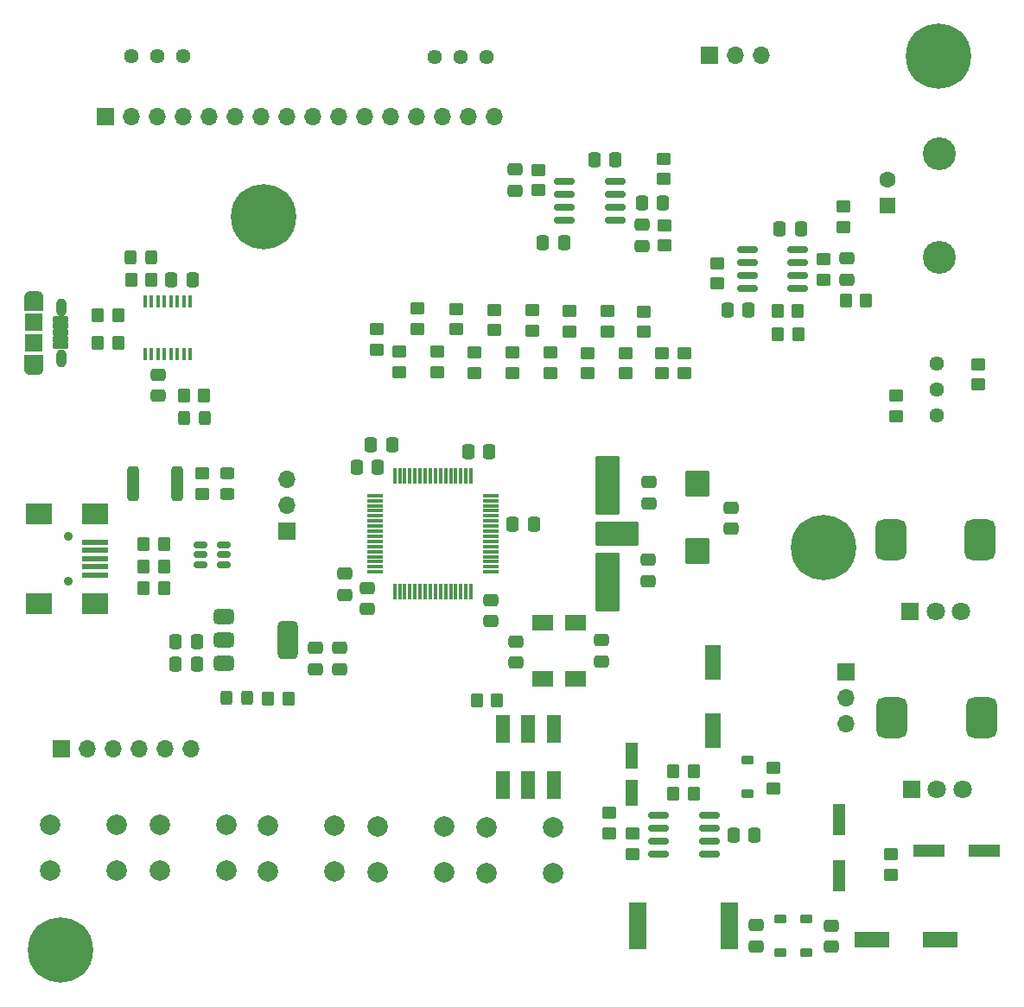
<source format=gbr>
%TF.GenerationSoftware,KiCad,Pcbnew,8.0.0*%
%TF.CreationDate,2024-05-21T22:55:11-06:00*%
%TF.ProjectId,STM32F405_DDS_Generator,53544d33-3246-4343-9035-5f4444535f47,rev?*%
%TF.SameCoordinates,Original*%
%TF.FileFunction,Soldermask,Top*%
%TF.FilePolarity,Negative*%
%FSLAX46Y46*%
G04 Gerber Fmt 4.6, Leading zero omitted, Abs format (unit mm)*
G04 Created by KiCad (PCBNEW 8.0.0) date 2024-05-21 22:55:11*
%MOMM*%
%LPD*%
G01*
G04 APERTURE LIST*
G04 Aperture macros list*
%AMRoundRect*
0 Rectangle with rounded corners*
0 $1 Rounding radius*
0 $2 $3 $4 $5 $6 $7 $8 $9 X,Y pos of 4 corners*
0 Add a 4 corners polygon primitive as box body*
4,1,4,$2,$3,$4,$5,$6,$7,$8,$9,$2,$3,0*
0 Add four circle primitives for the rounded corners*
1,1,$1+$1,$2,$3*
1,1,$1+$1,$4,$5*
1,1,$1+$1,$6,$7*
1,1,$1+$1,$8,$9*
0 Add four rect primitives between the rounded corners*
20,1,$1+$1,$2,$3,$4,$5,0*
20,1,$1+$1,$4,$5,$6,$7,0*
20,1,$1+$1,$6,$7,$8,$9,0*
20,1,$1+$1,$8,$9,$2,$3,0*%
G04 Aperture macros list end*
%ADD10C,0.010000*%
%ADD11C,0.800000*%
%ADD12C,6.400000*%
%ADD13RoundRect,0.225000X0.375000X-0.225000X0.375000X0.225000X-0.375000X0.225000X-0.375000X-0.225000X0*%
%ADD14RoundRect,0.225000X-0.375000X0.225000X-0.375000X-0.225000X0.375000X-0.225000X0.375000X0.225000X0*%
%ADD15RoundRect,0.250000X-0.312500X-1.450000X0.312500X-1.450000X0.312500X1.450000X-0.312500X1.450000X0*%
%ADD16RoundRect,0.250000X-0.450000X0.350000X-0.450000X-0.350000X0.450000X-0.350000X0.450000X0.350000X0*%
%ADD17RoundRect,0.250000X-0.475000X0.337500X-0.475000X-0.337500X0.475000X-0.337500X0.475000X0.337500X0*%
%ADD18RoundRect,0.102000X-0.675000X0.200000X-0.675000X-0.200000X0.675000X-0.200000X0.675000X0.200000X0*%
%ADD19O,1.004000X1.804000*%
%ADD20O,1.704000X0.954000*%
%ADD21RoundRect,0.102000X-0.775000X0.750000X-0.775000X-0.750000X0.775000X-0.750000X0.775000X0.750000X0*%
%ADD22RoundRect,0.250000X0.475000X-0.337500X0.475000X0.337500X-0.475000X0.337500X-0.475000X-0.337500X0*%
%ADD23R,3.048000X1.219200*%
%ADD24RoundRect,0.250000X-0.337500X-0.475000X0.337500X-0.475000X0.337500X0.475000X-0.337500X0.475000X0*%
%ADD25C,2.000000*%
%ADD26RoundRect,0.150000X0.825000X0.150000X-0.825000X0.150000X-0.825000X-0.150000X0.825000X-0.150000X0*%
%ADD27RoundRect,0.250000X-0.350000X-0.450000X0.350000X-0.450000X0.350000X0.450000X-0.350000X0.450000X0*%
%ADD28C,0.900000*%
%ADD29R,2.500000X0.500000*%
%ADD30R,2.500000X2.000000*%
%ADD31RoundRect,0.250000X0.350000X0.450000X-0.350000X0.450000X-0.350000X-0.450000X0.350000X-0.450000X0*%
%ADD32RoundRect,0.250000X0.450000X-0.350000X0.450000X0.350000X-0.450000X0.350000X-0.450000X-0.350000X0*%
%ADD33RoundRect,0.150000X-0.512500X-0.150000X0.512500X-0.150000X0.512500X0.150000X-0.512500X0.150000X0*%
%ADD34RoundRect,0.250000X-0.325000X-0.450000X0.325000X-0.450000X0.325000X0.450000X-0.325000X0.450000X0*%
%ADD35RoundRect,0.250000X0.337500X0.475000X-0.337500X0.475000X-0.337500X-0.475000X0.337500X-0.475000X0*%
%ADD36R,1.700000X1.700000*%
%ADD37O,1.700000X1.700000*%
%ADD38RoundRect,0.102000X-0.950000X-0.650000X0.950000X-0.650000X0.950000X0.650000X-0.950000X0.650000X0*%
%ADD39RoundRect,0.075000X0.700000X0.075000X-0.700000X0.075000X-0.700000X-0.075000X0.700000X-0.075000X0*%
%ADD40RoundRect,0.075000X0.075000X0.700000X-0.075000X0.700000X-0.075000X-0.700000X0.075000X-0.700000X0*%
%ADD41RoundRect,0.102000X1.050000X-2.800000X1.050000X2.800000X-1.050000X2.800000X-1.050000X-2.800000X0*%
%ADD42RoundRect,0.102000X2.000000X-1.050000X2.000000X1.050000X-2.000000X1.050000X-2.000000X-1.050000X0*%
%ADD43R,3.454400X1.498600*%
%ADD44R,1.219200X2.514600*%
%ADD45R,1.219200X3.048000*%
%ADD46C,1.440000*%
%ADD47R,0.400000X1.200000*%
%ADD48R,1.799999X4.600001*%
%ADD49RoundRect,0.250000X0.325000X0.450000X-0.325000X0.450000X-0.325000X-0.450000X0.325000X-0.450000X0*%
%ADD50RoundRect,0.150000X-0.825000X-0.150000X0.825000X-0.150000X0.825000X0.150000X-0.825000X0.150000X0*%
%ADD51RoundRect,0.375000X-0.625000X-0.375000X0.625000X-0.375000X0.625000X0.375000X-0.625000X0.375000X0*%
%ADD52RoundRect,0.500000X-0.500000X-1.400000X0.500000X-1.400000X0.500000X1.400000X-0.500000X1.400000X0*%
%ADD53RoundRect,0.250000X0.450000X-0.325000X0.450000X0.325000X-0.450000X0.325000X-0.450000X-0.325000X0*%
%ADD54R,1.800000X1.800000*%
%ADD55C,1.800000*%
%ADD56RoundRect,0.750000X0.750000X-1.250000X0.750000X1.250000X-0.750000X1.250000X-0.750000X-1.250000X0*%
%ADD57RoundRect,0.102000X0.600000X1.250000X-0.600000X1.250000X-0.600000X-1.250000X0.600000X-1.250000X0*%
%ADD58RoundRect,0.102000X1.050000X-1.200000X1.050000X1.200000X-1.050000X1.200000X-1.050000X-1.200000X0*%
%ADD59R,1.498600X3.454400*%
%ADD60RoundRect,0.102000X0.699000X0.699000X-0.699000X0.699000X-0.699000X-0.699000X0.699000X-0.699000X0*%
%ADD61C,1.602000*%
%ADD62C,3.219000*%
G04 APERTURE END LIST*
D10*
%TO.C,J2*%
X99018200Y-53655400D02*
X99044200Y-53657400D01*
X99070200Y-53660400D01*
X99096200Y-53665400D01*
X99121200Y-53671400D01*
X99147200Y-53678400D01*
X99171200Y-53687400D01*
X99195200Y-53697400D01*
X99219200Y-53708400D01*
X99242200Y-53721400D01*
X99264200Y-53735400D01*
X99286200Y-53749400D01*
X99307200Y-53765400D01*
X99327200Y-53782400D01*
X99346200Y-53800400D01*
X99364200Y-53819400D01*
X99381200Y-53839400D01*
X99397200Y-53860400D01*
X99411200Y-53882400D01*
X99425200Y-53904400D01*
X99438200Y-53927400D01*
X99449200Y-53951400D01*
X99459200Y-53975400D01*
X99468200Y-53999400D01*
X99475200Y-54025400D01*
X99481200Y-54050400D01*
X99486200Y-54076400D01*
X99489200Y-54102400D01*
X99491200Y-54128400D01*
X99492200Y-54154400D01*
X99492200Y-55499400D01*
X97742200Y-55499400D01*
X97742200Y-54154400D01*
X97743200Y-54128400D01*
X97745200Y-54102400D01*
X97748200Y-54076400D01*
X97753200Y-54050400D01*
X97759200Y-54025400D01*
X97766200Y-53999400D01*
X97775200Y-53975400D01*
X97785200Y-53951400D01*
X97796200Y-53927400D01*
X97809200Y-53904400D01*
X97823200Y-53882400D01*
X97837200Y-53860400D01*
X97853200Y-53839400D01*
X97870200Y-53819400D01*
X97888200Y-53800400D01*
X97907200Y-53782400D01*
X97927200Y-53765400D01*
X97948200Y-53749400D01*
X97970200Y-53735400D01*
X97992200Y-53721400D01*
X98015200Y-53708400D01*
X98039200Y-53697400D01*
X98063200Y-53687400D01*
X98087200Y-53678400D01*
X98113200Y-53671400D01*
X98138200Y-53665400D01*
X98164200Y-53660400D01*
X98190200Y-53657400D01*
X98216200Y-53655400D01*
X98242200Y-53654400D01*
X98992200Y-53654400D01*
X99018200Y-53655400D01*
G36*
X99018200Y-53655400D02*
G01*
X99044200Y-53657400D01*
X99070200Y-53660400D01*
X99096200Y-53665400D01*
X99121200Y-53671400D01*
X99147200Y-53678400D01*
X99171200Y-53687400D01*
X99195200Y-53697400D01*
X99219200Y-53708400D01*
X99242200Y-53721400D01*
X99264200Y-53735400D01*
X99286200Y-53749400D01*
X99307200Y-53765400D01*
X99327200Y-53782400D01*
X99346200Y-53800400D01*
X99364200Y-53819400D01*
X99381200Y-53839400D01*
X99397200Y-53860400D01*
X99411200Y-53882400D01*
X99425200Y-53904400D01*
X99438200Y-53927400D01*
X99449200Y-53951400D01*
X99459200Y-53975400D01*
X99468200Y-53999400D01*
X99475200Y-54025400D01*
X99481200Y-54050400D01*
X99486200Y-54076400D01*
X99489200Y-54102400D01*
X99491200Y-54128400D01*
X99492200Y-54154400D01*
X99492200Y-55499400D01*
X97742200Y-55499400D01*
X97742200Y-54154400D01*
X97743200Y-54128400D01*
X97745200Y-54102400D01*
X97748200Y-54076400D01*
X97753200Y-54050400D01*
X97759200Y-54025400D01*
X97766200Y-53999400D01*
X97775200Y-53975400D01*
X97785200Y-53951400D01*
X97796200Y-53927400D01*
X97809200Y-53904400D01*
X97823200Y-53882400D01*
X97837200Y-53860400D01*
X97853200Y-53839400D01*
X97870200Y-53819400D01*
X97888200Y-53800400D01*
X97907200Y-53782400D01*
X97927200Y-53765400D01*
X97948200Y-53749400D01*
X97970200Y-53735400D01*
X97992200Y-53721400D01*
X98015200Y-53708400D01*
X98039200Y-53697400D01*
X98063200Y-53687400D01*
X98087200Y-53678400D01*
X98113200Y-53671400D01*
X98138200Y-53665400D01*
X98164200Y-53660400D01*
X98190200Y-53657400D01*
X98216200Y-53655400D01*
X98242200Y-53654400D01*
X98992200Y-53654400D01*
X99018200Y-53655400D01*
G37*
X99492200Y-61244400D02*
X99491200Y-61270400D01*
X99489200Y-61296400D01*
X99486200Y-61322400D01*
X99481200Y-61348400D01*
X99475200Y-61373400D01*
X99468200Y-61399400D01*
X99459200Y-61423400D01*
X99449200Y-61447400D01*
X99438200Y-61471400D01*
X99425200Y-61494400D01*
X99411200Y-61516400D01*
X99397200Y-61538400D01*
X99381200Y-61559400D01*
X99364200Y-61579400D01*
X99346200Y-61598400D01*
X99327200Y-61616400D01*
X99307200Y-61633400D01*
X99286200Y-61649400D01*
X99264200Y-61663400D01*
X99242200Y-61677400D01*
X99219200Y-61690400D01*
X99195200Y-61701400D01*
X99171200Y-61711400D01*
X99147200Y-61720400D01*
X99121200Y-61727400D01*
X99096200Y-61733400D01*
X99070200Y-61738400D01*
X99044200Y-61741400D01*
X99018200Y-61743400D01*
X98992200Y-61744400D01*
X98242200Y-61744400D01*
X98216200Y-61743400D01*
X98190200Y-61741400D01*
X98164200Y-61738400D01*
X98138200Y-61733400D01*
X98113200Y-61727400D01*
X98087200Y-61720400D01*
X98063200Y-61711400D01*
X98039200Y-61701400D01*
X98015200Y-61690400D01*
X97992200Y-61677400D01*
X97970200Y-61663400D01*
X97948200Y-61649400D01*
X97927200Y-61633400D01*
X97907200Y-61616400D01*
X97888200Y-61598400D01*
X97870200Y-61579400D01*
X97853200Y-61559400D01*
X97837200Y-61538400D01*
X97823200Y-61516400D01*
X97809200Y-61494400D01*
X97796200Y-61471400D01*
X97785200Y-61447400D01*
X97775200Y-61423400D01*
X97766200Y-61399400D01*
X97759200Y-61373400D01*
X97753200Y-61348400D01*
X97748200Y-61322400D01*
X97745200Y-61296400D01*
X97743200Y-61270400D01*
X97742200Y-61244400D01*
X97742200Y-59899400D01*
X99492200Y-59899400D01*
X99492200Y-61244400D01*
G36*
X99492200Y-61244400D02*
G01*
X99491200Y-61270400D01*
X99489200Y-61296400D01*
X99486200Y-61322400D01*
X99481200Y-61348400D01*
X99475200Y-61373400D01*
X99468200Y-61399400D01*
X99459200Y-61423400D01*
X99449200Y-61447400D01*
X99438200Y-61471400D01*
X99425200Y-61494400D01*
X99411200Y-61516400D01*
X99397200Y-61538400D01*
X99381200Y-61559400D01*
X99364200Y-61579400D01*
X99346200Y-61598400D01*
X99327200Y-61616400D01*
X99307200Y-61633400D01*
X99286200Y-61649400D01*
X99264200Y-61663400D01*
X99242200Y-61677400D01*
X99219200Y-61690400D01*
X99195200Y-61701400D01*
X99171200Y-61711400D01*
X99147200Y-61720400D01*
X99121200Y-61727400D01*
X99096200Y-61733400D01*
X99070200Y-61738400D01*
X99044200Y-61741400D01*
X99018200Y-61743400D01*
X98992200Y-61744400D01*
X98242200Y-61744400D01*
X98216200Y-61743400D01*
X98190200Y-61741400D01*
X98164200Y-61738400D01*
X98138200Y-61733400D01*
X98113200Y-61727400D01*
X98087200Y-61720400D01*
X98063200Y-61711400D01*
X98039200Y-61701400D01*
X98015200Y-61690400D01*
X97992200Y-61677400D01*
X97970200Y-61663400D01*
X97948200Y-61649400D01*
X97927200Y-61633400D01*
X97907200Y-61616400D01*
X97888200Y-61598400D01*
X97870200Y-61579400D01*
X97853200Y-61559400D01*
X97837200Y-61538400D01*
X97823200Y-61516400D01*
X97809200Y-61494400D01*
X97796200Y-61471400D01*
X97785200Y-61447400D01*
X97775200Y-61423400D01*
X97766200Y-61399400D01*
X97759200Y-61373400D01*
X97753200Y-61348400D01*
X97748200Y-61322400D01*
X97745200Y-61296400D01*
X97743200Y-61270400D01*
X97742200Y-61244400D01*
X97742200Y-59899400D01*
X99492200Y-59899400D01*
X99492200Y-61244400D01*
G37*
%TD*%
D11*
%TO.C,H4*%
X173622000Y-78740000D03*
X174324944Y-77042944D03*
X174324944Y-80437056D03*
X176022000Y-76340000D03*
D12*
X176022000Y-78740000D03*
D11*
X176022000Y-81140000D03*
X177719056Y-77042944D03*
X177719056Y-80437056D03*
X178422000Y-78740000D03*
%TD*%
%TO.C,H3*%
X98869800Y-118262400D03*
X99572744Y-116565344D03*
X99572744Y-119959456D03*
X101269800Y-115862400D03*
D12*
X101269800Y-118262400D03*
D11*
X101269800Y-120662400D03*
X102966856Y-116565344D03*
X102966856Y-119959456D03*
X103669800Y-118262400D03*
%TD*%
%TO.C,H2*%
X184869456Y-30627656D03*
X185572400Y-28930600D03*
X185572400Y-32324712D03*
X187269456Y-28227656D03*
D12*
X187269456Y-30627656D03*
D11*
X187269456Y-33027656D03*
X188966512Y-28930600D03*
X188966512Y-32324712D03*
X189669456Y-30627656D03*
%TD*%
%TO.C,H1*%
X118783400Y-46329600D03*
X119486344Y-44632544D03*
X119486344Y-48026656D03*
X121183400Y-43929600D03*
D12*
X121183400Y-46329600D03*
D11*
X121183400Y-48729600D03*
X122880456Y-44632544D03*
X122880456Y-48026656D03*
X123583400Y-46329600D03*
%TD*%
D13*
%TO.C,D7*%
X174371000Y-118439200D03*
X174371000Y-115139200D03*
%TD*%
D14*
%TO.C,D6*%
X171805600Y-115140200D03*
X171805600Y-118440200D03*
%TD*%
%TO.C,D5*%
X168579800Y-99620800D03*
X168579800Y-102920800D03*
%TD*%
D15*
%TO.C,F1*%
X108403300Y-72517000D03*
X112678300Y-72517000D03*
%TD*%
D16*
%TO.C,R39*%
X165624000Y-50892200D03*
X165624000Y-52892200D03*
%TD*%
D17*
%TO.C,C12*%
X145872200Y-87993400D03*
X145872200Y-90068400D03*
%TD*%
D16*
%TO.C,R24*%
X138150600Y-59553600D03*
X138150600Y-61553600D03*
%TD*%
D18*
%TO.C,J2*%
X101292200Y-56399400D03*
X101292200Y-57049400D03*
X101292200Y-57699400D03*
X101292200Y-58349400D03*
X101292200Y-58999400D03*
D19*
X101317200Y-55199400D03*
X101317200Y-60199400D03*
D20*
X98617200Y-54174400D03*
D21*
X98617200Y-56699400D03*
X98617200Y-58699400D03*
D20*
X98617200Y-61224400D03*
%TD*%
D22*
%TO.C,C9*%
X158854100Y-82050800D03*
X158854100Y-79975800D03*
%TD*%
D17*
%TO.C,C10*%
X158904900Y-72355800D03*
X158904900Y-74430800D03*
%TD*%
D23*
%TO.C,C30*%
X191782700Y-108483400D03*
X186321700Y-108483400D03*
%TD*%
D17*
%TO.C,C29*%
X176784000Y-115827900D03*
X176784000Y-117902900D03*
%TD*%
D24*
%TO.C,C20*%
X148543100Y-48895000D03*
X150618100Y-48895000D03*
%TD*%
D25*
%TO.C,SW3*%
X128091000Y-110504800D03*
X121591000Y-110504800D03*
X128091000Y-106004800D03*
X121591000Y-106004800D03*
%TD*%
D16*
%TO.C,R15*%
X152933400Y-59680600D03*
X152933400Y-61680600D03*
%TD*%
D26*
%TO.C,U7*%
X164843000Y-108850200D03*
X164843000Y-107580200D03*
X164843000Y-106310200D03*
X164843000Y-105040200D03*
X159893000Y-105040200D03*
X159893000Y-106310200D03*
X159893000Y-107580200D03*
X159893000Y-108850200D03*
%TD*%
D27*
%TO.C,R2*%
X142052800Y-93751400D03*
X144052800Y-93751400D03*
%TD*%
D28*
%TO.C,J1*%
X102040800Y-77657600D03*
X102040800Y-82057600D03*
D29*
X104640800Y-78257600D03*
X104640800Y-79057600D03*
X104640800Y-79857600D03*
X104640800Y-80657600D03*
X104640800Y-81457600D03*
D30*
X104640800Y-75457600D03*
X99140800Y-75457600D03*
X104640800Y-84257600D03*
X99140800Y-84257600D03*
%TD*%
D17*
%TO.C,C16*%
X126263400Y-88599100D03*
X126263400Y-90674100D03*
%TD*%
D31*
%TO.C,R31*%
X163342600Y-100711000D03*
X161342600Y-100711000D03*
%TD*%
D16*
%TO.C,R38*%
X160486600Y-47158400D03*
X160486600Y-49158400D03*
%TD*%
D32*
%TO.C,R17*%
X151130000Y-57565800D03*
X151130000Y-55565800D03*
%TD*%
D33*
%TO.C,U2*%
X114965900Y-78526600D03*
X114965900Y-79476600D03*
X114965900Y-80426600D03*
X117240900Y-80426600D03*
X117240900Y-79476600D03*
X117240900Y-78526600D03*
%TD*%
D32*
%TO.C,R35*%
X191185800Y-62798200D03*
X191185800Y-60798200D03*
%TD*%
D34*
%TO.C,D1*%
X117516800Y-93522800D03*
X119566800Y-93522800D03*
%TD*%
D16*
%TO.C,R22*%
X141859000Y-59629800D03*
X141859000Y-61629800D03*
%TD*%
D27*
%TO.C,R7*%
X108194600Y-52552600D03*
X110194600Y-52552600D03*
%TD*%
D25*
%TO.C,SW2*%
X117550000Y-110428600D03*
X111050000Y-110428600D03*
X117550000Y-105928600D03*
X111050000Y-105928600D03*
%TD*%
D16*
%TO.C,R26*%
X134442200Y-59544200D03*
X134442200Y-61544200D03*
%TD*%
D35*
%TO.C,C34*%
X160320900Y-45008800D03*
X158245900Y-45008800D03*
%TD*%
D32*
%TO.C,R21*%
X143738600Y-57464200D03*
X143738600Y-55464200D03*
%TD*%
D36*
%TO.C,J6*%
X164820600Y-30530800D03*
D37*
X167360600Y-30530800D03*
X169900600Y-30530800D03*
%TD*%
D17*
%TO.C,C1*%
X131296400Y-82736900D03*
X131296400Y-84811900D03*
%TD*%
D38*
%TO.C,Y2*%
X148521300Y-86175400D03*
X148521300Y-91675400D03*
X151721300Y-91675400D03*
X151721300Y-86175400D03*
%TD*%
D16*
%TO.C,R42*%
X176072800Y-50485800D03*
X176072800Y-52485800D03*
%TD*%
D24*
%TO.C,C24*%
X167201800Y-106934000D03*
X169276800Y-106934000D03*
%TD*%
D39*
%TO.C,U1*%
X143433800Y-81165200D03*
X143433800Y-80665200D03*
X143433800Y-80165200D03*
X143433800Y-79665200D03*
X143433800Y-79165200D03*
X143433800Y-78665200D03*
X143433800Y-78165200D03*
X143433800Y-77665200D03*
X143433800Y-77165200D03*
X143433800Y-76665200D03*
X143433800Y-76165200D03*
X143433800Y-75665200D03*
X143433800Y-75165200D03*
X143433800Y-74665200D03*
X143433800Y-74165200D03*
X143433800Y-73665200D03*
D40*
X141508800Y-71740200D03*
X141008800Y-71740200D03*
X140508800Y-71740200D03*
X140008800Y-71740200D03*
X139508800Y-71740200D03*
X139008800Y-71740200D03*
X138508800Y-71740200D03*
X138008800Y-71740200D03*
X137508800Y-71740200D03*
X137008800Y-71740200D03*
X136508800Y-71740200D03*
X136008800Y-71740200D03*
X135508800Y-71740200D03*
X135008800Y-71740200D03*
X134508800Y-71740200D03*
X134008800Y-71740200D03*
D39*
X132083800Y-73665200D03*
X132083800Y-74165200D03*
X132083800Y-74665200D03*
X132083800Y-75165200D03*
X132083800Y-75665200D03*
X132083800Y-76165200D03*
X132083800Y-76665200D03*
X132083800Y-77165200D03*
X132083800Y-77665200D03*
X132083800Y-78165200D03*
X132083800Y-78665200D03*
X132083800Y-79165200D03*
X132083800Y-79665200D03*
X132083800Y-80165200D03*
X132083800Y-80665200D03*
X132083800Y-81165200D03*
D40*
X134008800Y-83090200D03*
X134508800Y-83090200D03*
X135008800Y-83090200D03*
X135508800Y-83090200D03*
X136008800Y-83090200D03*
X136508800Y-83090200D03*
X137008800Y-83090200D03*
X137508800Y-83090200D03*
X138008800Y-83090200D03*
X138508800Y-83090200D03*
X139008800Y-83090200D03*
X139508800Y-83090200D03*
X140008800Y-83090200D03*
X140508800Y-83090200D03*
X141008800Y-83090200D03*
X141508800Y-83090200D03*
%TD*%
D32*
%TO.C,R37*%
X160350200Y-42630600D03*
X160350200Y-40630600D03*
%TD*%
D35*
%TO.C,C3*%
X132384700Y-70871200D03*
X130309700Y-70871200D03*
%TD*%
D32*
%TO.C,R19*%
X147523200Y-57515000D03*
X147523200Y-55515000D03*
%TD*%
D35*
%TO.C,C19*%
X155647300Y-40716200D03*
X153572300Y-40716200D03*
%TD*%
D41*
%TO.C,Y1*%
X154840900Y-82181900D03*
X154840900Y-72681900D03*
D42*
X155790900Y-77431900D03*
%TD*%
D17*
%TO.C,C28*%
X169392600Y-115802500D03*
X169392600Y-117877500D03*
%TD*%
D43*
%TO.C,C27*%
X187502800Y-117221000D03*
X180746400Y-117221000D03*
%TD*%
D27*
%TO.C,R4*%
X109439200Y-78435200D03*
X111439200Y-78435200D03*
%TD*%
%TO.C,R5*%
X109439200Y-82727800D03*
X111439200Y-82727800D03*
%TD*%
D24*
%TO.C,C4*%
X141206300Y-69347200D03*
X143281300Y-69347200D03*
%TD*%
D36*
%TO.C,J3*%
X123469400Y-77124800D03*
D37*
X123469400Y-74584800D03*
X123469400Y-72044800D03*
%TD*%
D44*
%TO.C,C23*%
X157237200Y-102844600D03*
X157237200Y-99136200D03*
%TD*%
D22*
%TO.C,C35*%
X178308000Y-52497900D03*
X178308000Y-50422900D03*
%TD*%
D36*
%TO.C,J7*%
X178205600Y-90987400D03*
D37*
X178205600Y-93527400D03*
X178205600Y-96067400D03*
%TD*%
D16*
%TO.C,R12*%
X156616400Y-59680600D03*
X156616400Y-61680600D03*
%TD*%
D32*
%TO.C,R28*%
X155078200Y-106791000D03*
X155078200Y-104791000D03*
%TD*%
D16*
%TO.C,R16*%
X149250400Y-59655200D03*
X149250400Y-61655200D03*
%TD*%
D25*
%TO.C,SW4*%
X138860600Y-110606400D03*
X132360600Y-110606400D03*
X138860600Y-106106400D03*
X132360600Y-106106400D03*
%TD*%
D34*
%TO.C,D4*%
X113361800Y-66113300D03*
X115411800Y-66113300D03*
%TD*%
D17*
%TO.C,C6*%
X166956700Y-74861600D03*
X166956700Y-76936600D03*
%TD*%
D27*
%TO.C,R43*%
X178206400Y-54584600D03*
X180206400Y-54584600D03*
%TD*%
D16*
%TO.C,R1*%
X115138200Y-71526400D03*
X115138200Y-73526400D03*
%TD*%
D36*
%TO.C,J5*%
X105664000Y-36499800D03*
D37*
X108204000Y-36499800D03*
X110744000Y-36499800D03*
X113284000Y-36499800D03*
X115824000Y-36499800D03*
X118364000Y-36499800D03*
X120904000Y-36499800D03*
X123444000Y-36499800D03*
X125984000Y-36499800D03*
X128524000Y-36499800D03*
X131064000Y-36499800D03*
X133604000Y-36499800D03*
X136144000Y-36499800D03*
X138684000Y-36499800D03*
X141224000Y-36499800D03*
X143764000Y-36499800D03*
%TD*%
D45*
%TO.C,C26*%
X177520600Y-105448100D03*
X177520600Y-110909100D03*
%TD*%
D46*
%TO.C,RV3*%
X187096400Y-60756800D03*
X187096400Y-63296800D03*
X187096400Y-65836800D03*
%TD*%
D35*
%TO.C,C18*%
X114194500Y-52527200D03*
X112119500Y-52527200D03*
%TD*%
D17*
%TO.C,C14*%
X128629500Y-88599100D03*
X128629500Y-90674100D03*
%TD*%
D25*
%TO.C,SW6*%
X106780400Y-110428600D03*
X100280400Y-110428600D03*
X106780400Y-105928600D03*
X100280400Y-105928600D03*
%TD*%
D47*
%TO.C,U5*%
X109550200Y-59835400D03*
X110185200Y-59835400D03*
X110820200Y-59835400D03*
X111455200Y-59835400D03*
X112090200Y-59835400D03*
X112725200Y-59835400D03*
X113360200Y-59835400D03*
X113995200Y-59835400D03*
X113995200Y-54635400D03*
X113360200Y-54635400D03*
X112725200Y-54635400D03*
X112090200Y-54635400D03*
X111455200Y-54635400D03*
X110820200Y-54635400D03*
X110185200Y-54635400D03*
X109550200Y-54635400D03*
%TD*%
D31*
%TO.C,R8*%
X115366800Y-63878100D03*
X113366800Y-63878100D03*
%TD*%
D32*
%TO.C,R32*%
X171094400Y-102371400D03*
X171094400Y-100371400D03*
%TD*%
%TO.C,R13*%
X154863800Y-57591200D03*
X154863800Y-55591200D03*
%TD*%
D46*
%TO.C,RV2*%
X142976600Y-30708600D03*
X140436600Y-30708600D03*
X137896600Y-30708600D03*
%TD*%
D16*
%TO.C,R20*%
X145542000Y-59655200D03*
X145542000Y-61655200D03*
%TD*%
D31*
%TO.C,R29*%
X163342600Y-102895400D03*
X161342600Y-102895400D03*
%TD*%
D22*
%TO.C,C33*%
X158216600Y-49221300D03*
X158216600Y-47146300D03*
%TD*%
D31*
%TO.C,R40*%
X173516800Y-55575200D03*
X171516800Y-55575200D03*
%TD*%
D17*
%TO.C,C7*%
X129090500Y-81314500D03*
X129090500Y-83389500D03*
%TD*%
D48*
%TO.C,L1*%
X166806000Y-115824000D03*
X157806000Y-115824000D03*
%TD*%
D16*
%TO.C,R30*%
X157288000Y-106832400D03*
X157288000Y-108832400D03*
%TD*%
D35*
%TO.C,C8*%
X133785600Y-68712200D03*
X131710600Y-68712200D03*
%TD*%
D49*
%TO.C,D3*%
X110197100Y-50320300D03*
X108147100Y-50320300D03*
%TD*%
D50*
%TO.C,U4*%
X150661600Y-42875200D03*
X150661600Y-44145200D03*
X150661600Y-45415200D03*
X150661600Y-46685200D03*
X155611600Y-46685200D03*
X155611600Y-45415200D03*
X155611600Y-44145200D03*
X155611600Y-42875200D03*
%TD*%
D51*
%TO.C,U3*%
X117246000Y-85519900D03*
X117246000Y-87819900D03*
D52*
X123546000Y-87819900D03*
D51*
X117246000Y-90119900D03*
%TD*%
D32*
%TO.C,R18*%
X162382200Y-61690000D03*
X162382200Y-59690000D03*
%TD*%
D17*
%TO.C,C17*%
X110845600Y-61827500D03*
X110845600Y-63902500D03*
%TD*%
D24*
%TO.C,C5*%
X145596700Y-76454000D03*
X147671700Y-76454000D03*
%TD*%
D35*
%TO.C,C15*%
X114630200Y-87960200D03*
X112555200Y-87960200D03*
%TD*%
D32*
%TO.C,R36*%
X183108600Y-65871600D03*
X183108600Y-63871600D03*
%TD*%
D27*
%TO.C,R10*%
X104934000Y-56032400D03*
X106934000Y-56032400D03*
%TD*%
D32*
%TO.C,R11*%
X158419800Y-57616600D03*
X158419800Y-55616600D03*
%TD*%
D46*
%TO.C,RV1*%
X113309400Y-30607000D03*
X110769400Y-30607000D03*
X108229400Y-30607000D03*
%TD*%
D53*
%TO.C,D2*%
X117615100Y-73503500D03*
X117615100Y-71453500D03*
%TD*%
D36*
%TO.C,J4*%
X101396800Y-98475800D03*
D37*
X103936800Y-98475800D03*
X106476800Y-98475800D03*
X109016800Y-98475800D03*
X111556800Y-98475800D03*
X114096800Y-98475800D03*
%TD*%
D24*
%TO.C,C22*%
X166627900Y-55528300D03*
X168702900Y-55528300D03*
%TD*%
D27*
%TO.C,R9*%
X104908600Y-58724800D03*
X106908600Y-58724800D03*
%TD*%
D32*
%TO.C,R23*%
X140030200Y-57362600D03*
X140030200Y-55362600D03*
%TD*%
D16*
%TO.C,R44*%
X177952400Y-45329600D03*
X177952400Y-47329600D03*
%TD*%
D25*
%TO.C,SW5*%
X149554000Y-110682600D03*
X143054000Y-110682600D03*
X149554000Y-106182600D03*
X143054000Y-106182600D03*
%TD*%
D31*
%TO.C,R41*%
X173542200Y-57835800D03*
X171542200Y-57835800D03*
%TD*%
D35*
%TO.C,C13*%
X114630200Y-90242300D03*
X112555200Y-90242300D03*
%TD*%
D54*
%TO.C,RV5*%
X184647200Y-102468400D03*
D55*
X187147200Y-102468400D03*
X189647200Y-102468400D03*
D56*
X182747200Y-95468400D03*
X191547200Y-95468400D03*
%TD*%
D16*
%TO.C,R14*%
X160197800Y-59680600D03*
X160197800Y-61680600D03*
%TD*%
D57*
%TO.C,S1*%
X149616800Y-96538600D03*
X147116800Y-96538600D03*
X144616800Y-96538600D03*
X149616800Y-102038600D03*
X147116800Y-102038600D03*
X144616800Y-102038600D03*
%TD*%
D16*
%TO.C,R27*%
X148056600Y-41748200D03*
X148056600Y-43748200D03*
%TD*%
D58*
%TO.C,SW1*%
X163705500Y-79080900D03*
X163705500Y-72480900D03*
%TD*%
D16*
%TO.C,R33*%
X182651400Y-108829600D03*
X182651400Y-110829600D03*
%TD*%
D17*
%TO.C,C11*%
X154305000Y-87866400D03*
X154305000Y-89941400D03*
%TD*%
D22*
%TO.C,C32*%
X145796000Y-43785700D03*
X145796000Y-41710700D03*
%TD*%
D50*
%TO.C,U6*%
X168554400Y-49595000D03*
X168554400Y-50865000D03*
X168554400Y-52135000D03*
X168554400Y-53405000D03*
X173504400Y-53405000D03*
X173504400Y-52135000D03*
X173504400Y-50865000D03*
X173504400Y-49595000D03*
%TD*%
D59*
%TO.C,C25*%
X165187400Y-96748600D03*
X165187400Y-89992200D03*
%TD*%
D17*
%TO.C,C2*%
X143416100Y-83930700D03*
X143416100Y-86005700D03*
%TD*%
D60*
%TO.C,J8*%
X182318200Y-45262800D03*
D61*
X182318200Y-42722800D03*
D62*
X187398200Y-40182800D03*
X187398200Y-50342800D03*
%TD*%
D27*
%TO.C,R3*%
X109439200Y-80619600D03*
X111439200Y-80619600D03*
%TD*%
D16*
%TO.C,R25*%
X136271000Y-55311800D03*
X136271000Y-57311800D03*
%TD*%
D54*
%TO.C,RV4*%
X184500600Y-85003400D03*
D55*
X187000600Y-85003400D03*
X189500600Y-85003400D03*
D56*
X182600600Y-78003400D03*
X191400600Y-78003400D03*
%TD*%
D16*
%TO.C,R34*%
X132232400Y-57385200D03*
X132232400Y-59385200D03*
%TD*%
D27*
%TO.C,R6*%
X121631200Y-93548200D03*
X123631200Y-93548200D03*
%TD*%
D35*
%TO.C,C21*%
X173833700Y-47527300D03*
X171758700Y-47527300D03*
%TD*%
M02*

</source>
